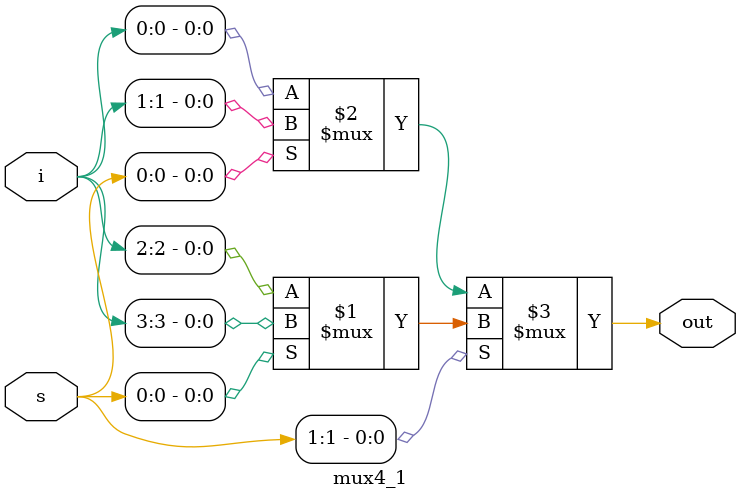
<source format=v>
`timescale 1ns / 1ps
module mux4_1(out, i, s);
output out;
input [3:0] i;
input [1:0] s;
assign out = s[1]?(s[0]?i[3]:i[2]):(s[0]?i[1]:i[0]);


endmodule

</source>
